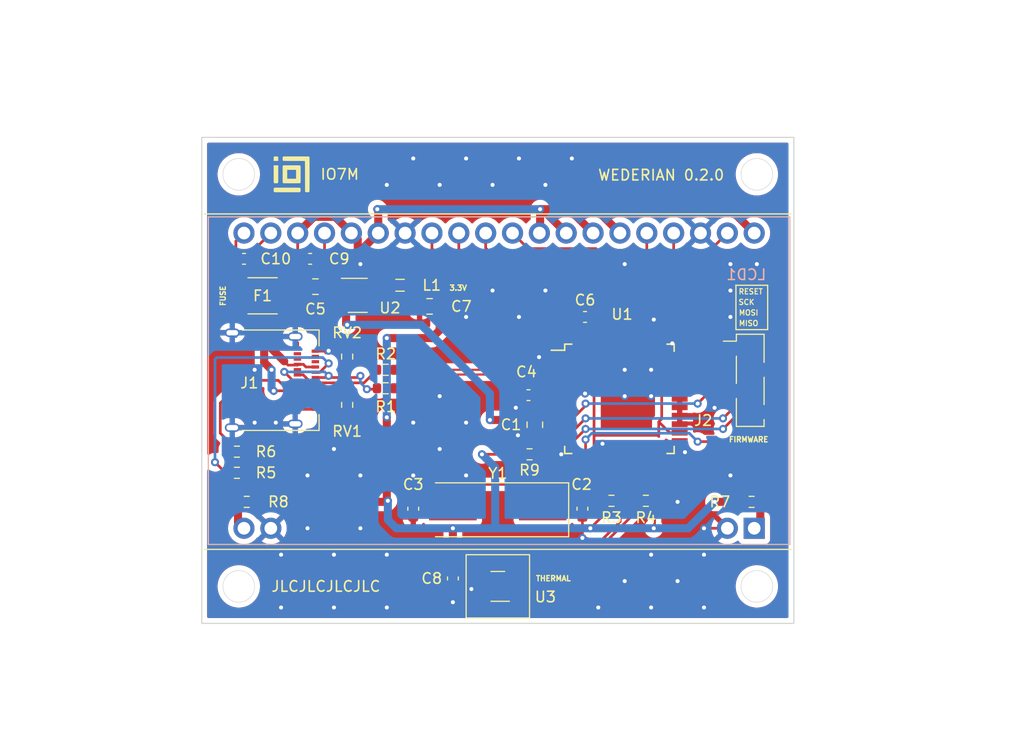
<source format=kicad_pcb>
(kicad_pcb (version 20211014) (generator pcbnew)
  (layers (0 "F.Cu" signal) (31 "B.Cu" signal) (34 "B.Paste" user) (35 "F.Paste" user) (36 "B.SilkS" user "B.Silkscreen") (37 "F.SilkS" user "F.Silkscreen") (38 "B.Mask" user) (39 "F.Mask" user) (44 "Edge.Cuts" user))
  (net 0 "")
  (net 1 "/Power Regulation/VOUT")
  (net 4 "GND")
  (net 5 "/Microcontroller/USB_VBUS")
  (net 6 "/Microcontroller/XTAL1")
  (net 7 "/Microcontroller/XTAL2")
  (net 8 "/Microcontroller/UCAP")
  (net 9 "/Power Regulation/LX")
  (net 10 "/LCD/VOUT")
  (net 11 "/LCD/CAP1N")
  (net 12 "/LCD/CAP1P")
  (net 13 "/USB/CC1")
  (net 14 "/USB/D+")
  (net 15 "/ICSP/RESET")
  (net 16 "/ICSP/SPI_SCK")
  (net 17 "/ICSP/SPI_MISO")
  (net 18 "/ICSP/SPI_MOSI")
  (net 19 "/LCD/A1")
  (net 20 "/LCD/A2")
  (net 21 "/LCD/SCREEN_D7")
  (net 22 "/LCD/SCREEN_D6")
  (net 23 "/LCD/SCREEN_D5")
  (net 24 "/LCD/SCREEN_D4")
  (net 25 "/LCD/SCREEN_E")
  (net 26 "/LCD/SCREEN_RW")
  (net 27 "/LCD/SCREEN_RS")
  (net 28 "/Microcontroller/USB_D+")
  (net 29 "/Microcontroller/USB_D-")
  (net 30 "/Microcontroller/SCL")
  (net 31 "/Microcontroller/SDA")
  (net 32 "/USB/D-")
  (net 33 "/USB/CC2")
  (net 34 "/USB/VBUS")
  (net 35 "/USB/SBU1")
  (net 36 "/USB/SBU2")
  (footprint "Package_TO_SOT_SMD:SOT-23-5" (layer "F.Cu") (at 149.75 92.955)
    (fp_text reference "U2")
    (fp_text value "SC189")
  )
  (footprint "Connector_USB:USB_C_Receptacle_Amphenol_12401610E4-2A" (layer "F.Cu") (at 140.723674 100.98668 -90)
    (fp_text reference "J1")
    (fp_text value "USB_C_Receptacle_USB2.0")
  )
  (footprint "Resistor_SMD:R_0603_1608Metric" (layer "F.Cu") (at 152.4 100 180)
    (fp_text reference "R2")
    (fp_text value "22Ω")
  )
  (footprint "Capacitor_SMD:C_0805_2012Metric" (layer "F.Cu") (at 166.5 105.2 -90)
    (fp_text reference "C1")
    (fp_text value "10μF")
  )
  (footprint "Capacitor_SMD:C_0805_2012Metric" (layer "F.Cu") (at 156.55 94 180)
    (fp_text reference "C7")
    (fp_text value "22μF")
  )
  (footprint "Crystal:Crystal_SMD_HC49-SD" (layer "F.Cu") (at 163 113.25 180)
    (fp_text reference "Y1")
    (fp_text value "Crystal")
  )
  (footprint "Capacitor_SMD:C_0603_1608Metric" (layer "F.Cu") (at 171.25 95 180)
    (fp_text reference "C6")
    (fp_text value "100nF")
  )
  (footprint "Package_QFP:TQFP-44_10x10mm_P0.8mm" (layer "F.Cu") (at 174.5 102.75)
    (fp_text reference "U1")
    (fp_text value "ATmega16U4-AU")
  )
  (footprint "Capacitor_SMD:C_0603_1608Metric" (layer "F.Cu") (at 145.25 89.5)
    (fp_text reference "C9")
    (fp_text value "2.2μF")
  )
  (footprint "Capacitor_SMD:C_0805_2012Metric" (layer "F.Cu") (at 145.75 92.13 180)
    (fp_text reference "C5")
    (fp_text value "10μF")
  )
  (footprint "Capacitor_SMD:C_0603_1608Metric" (layer "F.Cu") (at 165.9 102.4 180)
    (fp_text reference "C4")
    (fp_text value "1μF")
  )
  (footprint "Resistor_SMD:R_0603_1608Metric" (layer "F.Cu") (at 152.4 101.75 180)
    (fp_text reference "R1")
    (fp_text value "22Ω")
  )
  (footprint "Resistor_SMD:R_0603_1608Metric" (layer "F.Cu") (at 138.325 109.75 180)
    (fp_text reference "R5")
    (fp_text value "5.1kΩ")
  )
  (footprint "Resistor_SMD:R_0603_1608Metric" (layer "F.Cu") (at 138.325 107.75 180)
    (fp_text reference "R6")
    (fp_text value "5.1kΩ")
  )
  (footprint "Resistor_SMD:R_0603_1608Metric" (layer "F.Cu") (at 173.75 112.4)
    (fp_text reference "R3")
    (fp_text value "10kΩ")
  )
  (footprint "Inductor_SMD:L_0805_2012Metric" (layer "F.Cu") (at 153.75 92 180)
    (fp_text reference "L1")
    (fp_text value "1 μH")
  )
  (footprint "Connector_PinSocket_2.00mm:PinSocket_1x04_P2.00mm_Vertical_SMD_Pin1Left" (layer "F.Cu") (at 186.871089 101)
    (fp_text reference "J2")
    (fp_text value "Firmware_Pins")
  )
  (footprint "Capacitor_SMD:C_0603_1608Metric" (layer "F.Cu") (at 139 89.5)
    (fp_text reference "C10")
    (fp_text value "1μF")
  )
  (footprint "Capacitor_SMD:C_0603_1608Metric" (layer "F.Cu") (at 155 113.15 -90)
    (fp_text reference "C3")
    (fp_text value "22pF")
  )
  (footprint "Capacitor_SMD:C_0603_1608Metric" (layer "F.Cu") (at 171 113.15 -90)
    (fp_text reference "C2")
    (fp_text value "22pF")
  )
  (footprint "Capacitor_SMD:C_0603_1608Metric" (layer "F.Cu") (at 158.75 119.75 -90)
    (fp_text reference "C8")
    (fp_text value "100nF")
  )
  (footprint "Sensor_Humidity:Sensirion_DFN-8-1EP_2.5x2.5mm_P0.5mm_EP1.1x1.7mm" (layer "F.Cu") (at 163 120.5 180)
    (fp_text reference "U3")
    (fp_text value "SHT31-DIS")
  )
  (footprint "Resistor_SMD:R_0603_1608Metric" (layer "F.Cu") (at 177 112.4 180)
    (fp_text reference "R4")
    (fp_text value "10kΩ")
  )
  (footprint "wederian:io7m" (layer "F.Cu") (at 143.5 81.5)
    (fp_text reference "G***" hide)
    (fp_text value "LOGO" hide)
  )
  (footprint "Resistor_SMD:R_0603_1608Metric" (layer "F.Cu") (at 148.75 98.75 90)
    (fp_text reference "RV2")
    (fp_text value "CG0603MLC-05E")
  )
  (footprint "Fuse:Fuse_1812_4532Metric" (layer "F.Cu") (at 140.75 93)
    (fp_text reference "F1")
    (fp_text value "500mA")
  )
  (footprint "Resistor_SMD:R_0603_1608Metric" (layer "F.Cu") (at 148.75 103.325 -90)
    (fp_text reference "RV1")
    (fp_text value "CG0603MLC-05E")
  )
  (footprint "Resistor_SMD:R_0603_1608Metric" (layer "F.Cu") (at 166 108)
    (fp_text reference "R9")
    (fp_text value "4.7kΩ")
  )
  (footprint "Resistor_SMD:R_0603_1608Metric" (layer "F.Cu") (at 187 112.5)
    (fp_text reference "R7")
    (fp_text value "1.6Ω")
  )
  (footprint "Resistor_SMD:R_0603_1608Metric" (layer "F.Cu") (at 139.25 112.5 180)
    (fp_text reference "R8")
    (fp_text value "1.6Ω")
  )
  (footprint "EA_Display:DOGM163_with_LED" (layer "B.Cu") (at 187.25 115 180)
    (fp_text reference "LCD1")
    (fp_text value "EA_DOGM163_with_LED")
  )
  (gr_line (start 188.5 92) (end 185.5 92) (layer "F.SilkS") (width 0.12))
  (gr_line (start 185.521089 96.2) (end 188.521089 96.2) (layer "F.SilkS") (width 0.12))
  (gr_line (start 135.25 117) (end 190.75 117) (layer "F.SilkS") (width 0.12))
  (gr_line (start 185.521089 92) (end 185.521089 96.2) (layer "F.SilkS") (width 0.12))
  (gr_line (start 188.521089 96.2) (end 188.521089 92) (layer "F.SilkS") (width 0.12))
  (gr_line (start 135.25 85.25) (end 190.75 85.25) (layer "F.SilkS") (width 0.12))
  (gr_poly (pts (xy 166 117.5) (xy 166 123.5) (xy 160 123.5) (xy 160 117.5)) (layer "F.SilkS") (width 0.12) (fill none))
  (gr_circle (center 187.5 81.5) (end 189 81.5) (layer "Edge.Cuts") (width 0.05) (fill none))
  (gr_circle (center 187.5 120.5) (end 189 120.5) (layer "Edge.Cuts") (width 0.05) (fill none))
  (gr_circle (center 138.5 120.5) (end 140 120.5) (layer "Edge.Cuts") (width 0.05) (fill none))
  (gr_circle (center 138.5 81.5) (end 140 81.5) (layer "Edge.Cuts") (width 0.05) (fill none))
  (gr_line (start 191 78) (end 191 124) (layer "Edge.Cuts") (width 0.1))
  (gr_line (start 135 78) (end 191 78) (layer "Edge.Cuts") (width 0.1))
  (gr_line (start 191 124) (end 135 124) (layer "Edge.Cuts") (width 0.1))
  (gr_line (start 135 124) (end 135 78) (layer "Edge.Cuts") (width 0.1))
  (gr_text "RESET\n\n" (at 186.921089 93) (layer "F.SilkS") (effects (font (size 0.5 0.5) (thickness 0.1))))
  (gr_text "MISO" (at 186.721089 95.6) (layer "F.SilkS") (effects (font (size 0.5 0.5) (thickness 0.1))))
  (gr_text "SCK\n" (at 186.521089 93.6) (layer "F.SilkS") (effects (font (size 0.5 0.5) (thickness 0.1))))
  (gr_text "MOSI\n" (at 186.721089 94.6) (layer "F.SilkS") (effects (font (size 0.5 0.5) (thickness 0.1))))
  (gr_text "FIRMWARE" (at 186.721089 106.6) (layer "F.SilkS") (effects (font (size 0.5 0.5) (thickness 0.125))))
  (gr_text "JLCJLCJLCJLC" (at 141.5 120.5) (layer "F.SilkS") (effects (font (size 1 1)) (justify left)))
  (gr_text "THERMAL" (at 168.25 119.75) (layer "F.SilkS") (effects (font (size 0.5 0.5) (thickness 0.125))))
  (gr_text "3.3V" (at 159.25 92.25) (layer "F.SilkS") (effects (font (size 0.5 0.5) (thickness 0.125))))
  (gr_text "WEDERIAN 0.2.0" (at 184.5 81.575) (layer "F.SilkS") (effects (font (size 1 1)) (justify right)))
  (gr_text "IO7M" (at 148.05 81.5) (layer "F.SilkS") (effects (font (size 1 1))))
  (gr_text "FUSE" (at 137 93 90) (layer "F.SilkS") (effects (font (size 0.5 0.5) (thickness 0.125))))
  (segment (start 184.99 84.8) (end 187.25 87.06) (width 0.762) (layer "F.Cu") (net 1))
  (segment (start 178.221089 104.921089) (end 178.221089 106.321089) (width 0.254) (layer "F.Cu") (net 1))
  (segment (start 151.69 84.89) (end 151.6 84.8) (width 0.762) (layer "F.Cu") (net 1))
  (segment (start 157.5 94) (end 157.5 91.5) (width 0.762) (layer "F.Cu") (net 1))
  (segment (start 155 89) (end 149.75 89) (width 0.762) (layer "F.Cu") (net 1))
  (segment (start 157.5 94) (end 160.55 97.05) (width 0.762) (layer "F.Cu") (net 1))
  (segment (start 169.75 84.8) (end 172.01 87.06) (width 0.762) (layer "F.Cu") (net 1))
  (segment (start 144.07 87.06) (end 144.07 89.095) (width 0.254) (layer "F.Cu") (net 1))
  (segment (start 149.75 87.66) (end 149.15 87.06) (width 0.762) (layer "F.Cu") (net 1))
  (segment (start 178.5 97.05) (end 178.5 104.642178) (width 0.254) (layer "F.Cu") (net 1))
  (segment (start 178.5 104.642178) (end 178.221089 104.921089) (width 0.254) (layer "F.Cu") (net 1))
  (segment (start 170.5 99) (end 170.5 98.2) (width 0.254) (layer "F.Cu") (net 1))
  (segment (start 152.5 112.3) (end 152.6 112.4) (width 0.762) (layer "F.Cu") (net 1))
  (segment (start 172.1 98.4) (end 170.7 98.4) (width 0.254) (layer "F.Cu") (net 1))
  (segment (start 156.75 97) (end 152.5 97) (width 0.762) (layer "F.Cu") (net 1))
  (segment (start 172.1 106.2) (end 178.1 106.2) (width 0.254) (layer "F.Cu") (net 1))
  (segment (start 172.1 106.2) (end 172.1 98.4) (width 0.254) (layer "F.Cu") (net 1))
  (segment (start 161.825 119.575) (end 161.825 119.592089) (width 0.762) (layer "F.Cu") (net 1))
  (segment (start 157.5 91.5) (end 155 89) (width 0.762) (layer "F.Cu") (net 1))
  (segment (start 172.29 84.8) (end 184.99 84.8) (width 0.762) (layer "F.Cu") (net 1))
  (segment (start 170.5 98.2) (end 170.5 97.05) (width 0.254) (layer "F.Cu") (net 1))
  (segment (start 147.617089 85.527089) (end 145.602911 85.527089) (width 0.762) (layer "F.Cu") (net 1))
  (segment (start 151.69 87.06) (end 151.69 84.89) (width 0.762) (layer "F.Cu") (net 1))
  (segment (start 150.85 93.905) (end 152.9075 93.905) (width 0.762) (layer "F.Cu") (net 1))
  (segment (start 167 86.99) (end 166.93 87.06) (width 0.762) (layer "F.Cu") (net 1))
  (segment (start 149.75 89) (end 149.75 87.66) (width 0.762) (layer "F.Cu") (net 1))
  (segment (start 172.925 112.4) (end 172.925 113.825) (width 0.254) (layer "F.Cu") (net 1))
  (segment (start 152.9075 93.905) (end 154.8125 92) (width 0.762) (layer "F.Cu") (net 1))
  (segment (start 172.29 84.8) (end 174.55 87.06) (width 0.762) (layer "F.Cu") (net 1))
  (segment (start 145.602911 85.527089) (end 144.07 87.06) (width 0.762) (layer "F.Cu") (net 1))
  (segment (start 169.95 99.55) (end 170.5 99) (width 0.254) (layer "F.Cu") (net 1))
  (segment (start 170.475 97.032911) (end 170.492089 97.05) (width 0.762) (layer "F.Cu") (net 1))
  (segment (start 158.75 118.975) (end 158.75 115) (width 0.762) (layer "F.Cu") (net 1))
  (segment (start 167.21 84.8) (end 169.47 87.06) (width 0.762) (layer "F.Cu") (net 1))
  (segment (start 167 84.8) (end 167 86.99) (width 0.762) (layer "F.Cu") (net 1))
  (segment (start 149.15 87.06) (end 147.617089 85.527089) (width 0.762) (layer "F.Cu") (net 1))
  (segment (start 168.8 99.55) (end 169.95 99.55) (width 0.254) (layer "F.Cu") (net 1))
  (segment (start 160.55 97.05) (end 170.492089 97.05) (width 0.762) (layer "F.Cu") (net 1))
  (segment (start 154.8125 92) (end 155.5 92) (width 0.762) (layer "F.Cu") (net 1))
  (segment (start 172.925 113.825) (end 171.75 115) (width 0.254) (layer "F.Cu") (net 1))
  (segment (start 158.75 118.975) (end 161.225 118.975) (width 0.762) (layer "F.Cu") (net 1))
  (segment (start 149.75 89) (end 151.69 87.06) (width 0.762) (layer "F.Cu") (net 1))
  (segment (start 170.7 98.4) (end 170.5 98.2) (width 0.254) (layer "F.Cu") (net 1))
  (segment (start 144.07 89.095) (end 144.475 89.5) (width 0.254) (layer "F.Cu") (net 1))
  (segment (start 155.5 92) (end 157.5 94) (width 0.762) (layer "F.Cu") (net 1))
  (segment (start 152.5 104.5) (end 152.5 112.3) (width 0.762) (layer "F.Cu") (net 1))
  (segment (start 178.221089 104.921089) (end 179.25 105.95) (width 0.254) (layer "F.Cu") (net 1))
  (segment (start 165.175 108) (end 161.5 108) (width 0.254) (layer "F.Cu") (net 1))
  (segment (start 157.5 96.25) (end 156.75 97) (width 0.762) (layer "F.Cu") (net 1))
  (segment (start 183.5 112.5) (end 186.175 112.5) (width 0.762) (layer "F.Cu") (net 1))
  (segment (start 178.5 98.4) (end 172.1 98.4) (width 0.254) (layer "F.Cu") (net 1))
  (segment (start 170.475 95) (end 170.475 97.032911) (width 0.762) (layer "F.Cu") (net 1))
  (segment (start 157.5 94) (end 157.5 96.25) (width 0.762) (layer "F.Cu") (net 1))
  (segment (start 177.825 112.4) (end 177.825 114.925) (width 0.254) (layer "F.Cu") (net 1))
  (segment (start 152.5 112.5) (end 152.6 112.4) (width 0.762) (layer "F.Cu") (net 1))
  (segment (start 140.075 112.5) (end 152.5 112.5) (width 0.762) (layer "F.Cu") (net 1))
  (segment (start 172.1 108.45) (end 172.1 106.2) (width 0.254) (layer "F.Cu") (net 1))
  (segment (start 179.25 105.95) (end 180.2 105.95) (width 0.254) (layer "F.Cu") (net 1))
  (segment (start 161.225 118.975) (end 161.825 119.575) (width 0.762) (layer "F.Cu") (net 1))
  (segment (start 177.825 114.925) (end 177.75 115) (width 0.254) (layer "F.Cu") (net 1))
  (segment (start 167 84.8) (end 172.29 84.8) (width 0.762) (layer "F.Cu") (net 1))
  (via (at 171.75 115) (size 0.762) (drill 0.381) (layers "F.Cu" "B.Cu") (net 1))
  (via (at 167 84.8) (size 0.762) (drill 0.381) (layers "F.Cu" "B.Cu") (net 1))
  (via (at 183.5 112.5) (size 0.762) (drill 0.381) (layers "F.Cu" "B.Cu") (net 1))
  (via (at 152.5 97) (size 0.762) (drill 0.381) (layers "F.Cu" "B.Cu") (net 1))
  (via (at 152.6 112.4) (size 0.762) (drill 0.381) (layers "F.Cu" "B.Cu") (net 1))
  (via (at 177.75 115) (size 0.762) (drill 0.381) (layers "F.Cu" "B.Cu") (net 1))
  (via (at 152.5 104.5) (size 0.762) (drill 0.381) (layers "F.Cu" "B.Cu") (net 1))
  (via (at 151.6 84.8) (size 0.762) (drill 0.381) (layers "F.Cu" "B.Cu") (net 1))
  (via (at 158.75 115) (size 0.762) (drill 0.381) (layers "F.Cu" "B.Cu") (net 1))
  (via (at 161.5 108) (size 0.762) (drill 0.381) (layers "F.Cu" "B.Cu") (net 1))
  (segment (start 162.75 109.25) (end 161.5 108) (width 0.762) (layer "B.Cu") (net 1))
  (segment (start 152.6 114.2) (end 153.4 115) (width 0.762) (layer "B.Cu") (net 1))
  (segment (start 153.4 115) (end 158.75 115) (width 0.762) (layer "B.Cu") (net 1))
  (segment (start 162.75 115) (end 162.75 109.25) (width 0.762) (layer "B.Cu") (net 1))
  (segment (start 152.6 112.4) (end 152.6 114.2) (width 0.762) (layer "B.Cu") (net 1))
  (segment (start 151.6 84.8) (end 167 84.8) (width 0.762) (layer "B.Cu") (net 1))
  (segment (start 181 115) (end 183.5 112.5) (width 0.762) (layer "B.Cu") (net 1))
  (segment (start 162.75 115) (end 181 115) (width 0.762) (layer "B.Cu") (net 1))
  (segment (start 152.5 97) (end 152.5 104.5) (width 0.762) (layer "B.Cu") (net 1))
  (segment (start 158.75 115) (end 162.75 115) (width 0.762) (layer "B.Cu") (net 1))
  (segment (start 143.833674 105.11668) (end 142.11668 105.11668) (width 0.254) (layer "F.Cu") (net 4))
  (segment (start 177.7 95.3) (end 177.75 95.25) (width 0.254) (layer "F.Cu") (net 4))
  (segment (start 142.11668 105.11668) (end 142 105) (width 0.254) (layer "F.Cu") (net 4))
  (segment (start 143.833674 103.69668) (end 144.043674 103.48668) (width 0.254) (layer "F.Cu") (net 4))
  (segment (start 169.45 108.45) (end 169 108) (width 0.254) (layer "F.Cu") (net 4))
  (segment (start 164.95 106.15) (end 164.9 106.2) (width 0.254) (layer "F.Cu") (net 4))
  (segment (start 181.95 105.15) (end 183.5 103.6) (width 0.254) (layer "F.Cu") (net 4))
  (segment (start 171 113.925) (end 171 115.9139) (width 0.254) (layer "F.Cu") (net 4))
  (segment (start 168.8 101.95) (end 169.582822 101.95) (width 0.254) (layer "F.Cu") (net 4))
  (segment (start 169.828911 104.103911) (end 168.8 104.103911) (width 0.254) (layer "F.Cu") (net 4))
  (segment (start 179 99.354) (end 179 98) (width 0.254) (layer "F.Cu") (net 4))
  (segment (start 169.582822 101.95) (end 169.816411 102.183589) (width 0.254) (layer "F.Cu") (net 4))
  (segment (start 180.2 106.75) (end 180.2 107.3) (width 0.254) (layer "F.Cu") (net 4))
  (segment (start 161.825 120.75) (end 162.75 120.75) (width 0.254) (layer "F.Cu") (net 4))
  (segment (start 164.175 120.75) (end 163.25 120.75) (width 0.254) (layer "F.Cu") (net 4))
  (segment (start 161.825 120.75) (end 160.5 120.75) (width 0.254) (layer "F.Cu") (net 4))
  (segment (start 162.75 120.75) (end 163 120.5) (width 0.254) (layer "F.Cu") (net 4))
  (segment (start 169.816411 102.183589) (end 171.183589 102.183589) (width 0.254) (layer "F.Cu") (net 4))
  (segment (start 171.3 97.05) (end 174.5 97.05) (width 0.254) (layer "F.Cu") (net 4))
  (segment (start 166.95 98.75) (end 166.9 98.8) (width 0.254) (layer "F.Cu") (net 4))
  (segment (start 169.828911 102.196089) (end 169.828911 104.103911) (width 0.254) (layer "F.Cu") (net 4))
  (segment (start 161.825 121.25) (end 161.825 120.75) (width 0.254) (layer "F.Cu") (net 4))
  (segment (start 169.816411 102.183589) (end 169.828911 102.196089) (width 0.254) (layer "F.Cu") (net 4))
  (segment (start 172.9 108.45) (end 172.9 107) (width 0.254) (layer "F.Cu") (net 4))
  (segment (start 145.743674 103.73668) (end 144.293674 103.73668) (width 0.254) (layer "F.Cu") (net 4))
  (segment (start 158.75 120.525) (end 158.75 122) (width 0.254) (layer "F.Cu") (net 4))
  (segment (start 171.183589 102.183589) (end 171.25 102.25) (width 0.254) (layer "F.Cu") (net 4))
  (segment (start 168.8 98.75) (end 166.95 98.75) (width 0.254) (layer "F.Cu") (net 4))
  (segment (start 146.96332 98.23668) (end 147 98.2) (width 0.254) (layer "F.Cu") (net 4))
  (segment (start 170.5 108.45) (end 169.45 108.45) (width 0.254) (layer "F.Cu") (net 4))
  (segment (start 145.91508 93.24508) (end 144.8 92.13) (width 0.254) (layer "F.Cu") (net 4))
  (segment (start 163.25 120.75) (end 163 120.5) (width 0.254) (layer "F.Cu") (net 4))
  (segment (start 144.043674 97.06668) (end 143.833674 96.85668) (width 0.254) (layer "F.Cu") (net 4))
  (segment (start 148.65 92.955) (end 148.35992 93.24508) (width 0.254) (layer "F.Cu") (net 4))
  (segment (start 180.2 99.55) (end 179.196 99.55) (width 0.254) (layer "F.Cu") (net 4))
  (segment (start 143.833674 97.77668) (end 144.043674 97.98668) (width 0.254) (layer "F.Cu") (net 4))
  (segment (start 144.009675 96.680679) (end 143.833674 96.85668) (width 0.254) (layer "F.Cu") (net 4))
  (segment (start 165.125 102.4) (end 165.125 103.1651) (width 0.254) (layer "F.Cu") (net 4))
  (segment (start 177.7 97.05) (end 177.7 95.3) (width 0.254) (layer "F.Cu") (net 4))
  (segment (start 144.293674 103.73668) (end 144.043674 103.48668) (width 0.254) (layer "F.Cu") (net 4))
  (segment (start 179 98) (end 179.5 97.5) (width 0.254) (layer "F.Cu") (net 4))
  (segment (start 143.833674 96.85668) (end 143.833674 97.77668) (width 0.254) (layer "F.Cu") (net 4))
  (segment (start 165.125 103.1651) (end 164.7 103.5901) (width 0.254) (layer "F.Cu") (net 4))
  (segment (start 179.196 99.55) (end 179 99.354) (width 0.254) (layer "F.Cu") (net 4))
  (segment (start 143.833674 105.11668) (end 143.833674 103.69668) (width 0.254) (layer "F.Cu") (net 4))
  (segment (start 180.2 107.3) (end 180.7 107.8) (width 0.254) (layer "F.Cu") (net 4))
  (segment (start 145.743674 98.23668) (end 146.96332 98.23668) (width 0.254) (layer "F.Cu") (net 4))
  (segment (start 148.35992 93.24508) (end 145.91508 93.24508) (width 0.254) (layer "F.Cu") (net 4))
  (segment (start 184.71 115) (end 182.5 115) (width 0.254) (layer "F.Cu") (net 4))
  (segment (start 180.2 105.15) (end 181.95 105.15) (width 0.254) (layer "F.Cu") (net 4))
  (segment (start 166.5 106.15) (end 164.95 106.15) (width 0.254) (layer "F.Cu") (net 4))
  (via (at 165 80) (size 0.762) (drill 0.381) (layers "F.Cu" "B.Cu") (net 4))
  (via (at 167.5 92.5) (size 0.762) (drill 0.381) (layers "F.Cu" "B.Cu") (net 4))
  (via (at 177.5 117.5) (size 0.762) (drill 0.381) (layers "F.Cu" "B.Cu") (net 4))
  (via (at 183.5 103.6) (size 0.762) (drill 0.381) (layers "F.Cu" "B.Cu") (net 4))
  (via (at 140 105) (size 0.762) (drill 0.381) (layers "F.Cu" "B.Cu") (net 4))
  (via (at 167.5 82.5) (size 0.762) (drill 0.381) (layers "F.Cu" "B.Cu") (net 4))
  (via (at 155 80) (size 0.762) (drill 0.381) (layers "F.Cu" "B.Cu") (net 4))
  (via (at 182.5 115) (size 0.762) (drill 0.381) (layers "F.Cu" "B.Cu") (net 4))
  (via (at 175 90) (size 0.762) (drill 0.381) (layers "F.Cu" "B.Cu") (net 4))
  (via (at 140 100) (size 0.762) (drill 0.381) (layers "F.Cu" "B.Cu") (net 4))
  (via (at 172.5 122.5) (size 0.762) (drill 0.381) (layers "F.Cu" "B.Cu") (net 4))
  (via (at 177.5 100) (size 0.762) (drill 0.381) (layers "F.Cu" "B.Cu") (net 4))
  (via (at 142.5 122.5) (size 0.762) (drill 0.381) (layers "F.Cu" "B.Cu") (net 4))
  (via (at 150 110) (size 0.762) (drill 0.381) (layers "F.Cu" "B.Cu") (net 4))
  (via (at 160 80) (size 0.762) (drill 0.381) (layers "F.Cu" "B.Cu") (net 4))
  (via (at 147.5 122.5) (size 0.762) (drill 0.381) (layers "F.Cu" "B.Cu") (net 4))
  (via (at 145 115) (size 0.762) (drill 0.381) (layers "F.Cu" "B.Cu") (net 4))
  (via (at 170 80) (size 0.762) (drill 0.381) (layers "F.Cu" "B.Cu") (net 4))
  (via (at 155 110) (size 0.762) (drill 0.381) (layers "F.Cu" "B.Cu") (net 4))
  (via (at 171 115.9139) (size 0.762) (drill 0.381) (layers "F.Cu" "B.Cu") (net 4))
  (via (at 182.5 122.5) (size 0.762) (drill 0.381) (layers "F.Cu" "B.Cu") (net 4))
  (via (at 166.9 98.8) (size 0.762) (drill 0.381) (layers "F.Cu" "B.Cu") (net 4))
  (via (at 162.5 92.5) (size 0.762) (drill 0.381) (layers "F.Cu" "B.Cu") (net 4))
  (via (at 180.7 107.8) (size 0.762) (drill 0.381) (layers "F.Cu" "B.Cu") (net 4))
  (via (at 152.5 117.5) (size 0.762) (drill 0.381) (layers "F.Cu" "B.Cu") (net 4))
  (via (at 158.75 122) (size 0.762) (drill 0.381) (layers "F.Cu" "B.Cu") (net 4))
  (via (at 179.5 97.5) (size 0.762) (drill 0.381) (layers "F.Cu" "B.Cu") (net 4))
  (via (at 169 108) (size 0.762) (drill 0.381) (layers "F.Cu" "B.Cu") (net 4))
  (via (at 160 105) (size 0.762) (drill 0.381) (layers "F.Cu" "B.Cu") (net 4))
  (via (at 145 110) (size 0.762) (drill 0.381) (layers "F.Cu" "B.Cu") (net 4))
  (via (at 175 100) (size 0.762) (drill 0.381) (layers "F.Cu" "B.Cu") (net 4))
  (via (at 150 115) (size 0.762) (drill 0.381) (layers "F.Cu" "B.Cu") (net 4))
  (via (at 185 110) (size 0.762) (drill 0.381) (layers "F.Cu" "B.Cu") (net 4))
  (via (at 162.5 82.5) (size 0.762) (drill 0.381) (layers "F.Cu" "B.Cu") (net 4))
  (via (at 185 95) (size 0.762) (drill 0.381) (layers "F.Cu" "B.Cu") (net 4))
  (via (at 160.5 120.75) (size 0.762) (drill 0.381) (layers "F.Cu" "B.Cu") (net 4))
  (via (at 152.5 82.5) (size 0.762) (drill 0.381) (layers "F.Cu" "B.Cu") (net 4))
  (via (at 147.5 117.5) (size 0.762) (drill 0.381) (layers "F.Cu" "B.Cu") (net 4))
  (via (at 182.5 117.5) (size 0.762) (drill 0.381) (layers "F.Cu" "B.Cu") (net 4))
  (via (at 187.5 90) (size 0.762) (drill 0.381) (layers "F.Cu" "B.Cu") (net 4))
  (via (at 150 90) (size 0.762) (drill 0.381) (layers "F.Cu" "B.Cu") (net 4))
  (via (at 172.9 107) (size 0.762) (drill 0.381) (layers "F.Cu" "B.Cu") (net 4))
  (via (at 164.7 103.5901) (size 0.762) (drill 0.381) (layers "F.Cu" "B.Cu") (net 4))
  (via (at 157.5 82.5) (size 0.762) (drill 0.381) (layers "F.Cu" "B.Cu") (net 4))
  (via (at 147 98.2) (size 0.762) (drill 0.381) (layers "F.Cu" "B.Cu") (net 4))
  (via (at 155 105) (size 0.762) (drill 0.381) (layers "F.Cu" "B.Cu") (net 4))
  (via (at 175 102.5) (size 0.762) (drill 0.381) (layers "F.Cu" "B.Cu") (net 4))
  (via (at 177.5 122.5) (size 0.762) (drill 0.381) (layers "F.Cu" "B.Cu") (net 4))
  (via (at 165 95) (size 0.762) (drill 0.381) (layers "F.Cu" "B.Cu") (net 4))
  (via (at 180 112.5) (size 0.762) (drill 0.381) (layers "F.Cu" "B.Cu") (net 4))
  (via (at 171.25 102.25) (size 0.762) (drill 0.381) (layers "F.Cu" "B.Cu") (net 4))
  (via (at 177.5 102.5) (size 0.762) (drill 0.381) (layers "F.Cu" "B.Cu") (net 4))
  (via (at 180 120) (size 0.762) (drill 0.381) (layers "F.Cu" "B.Cu") (net 4))
  (via (at 142 105) (size 0.762) (drill 0.381) (layers "F.Cu" "B.Cu") (net 4))
  (via (at 157.5 102.5) (size 0.762) (drill 0.381) (layers "F.Cu" "B.Cu") (net 4))
  (via (at 147.5 107.5) (size 0.762) (drill 0.381) (layers "F.Cu" "B.Cu") (net 4))
  (via (at 185 90) (size 0.762) (drill 0.381) (layers "F.Cu" "B.Cu") (net 4))
  (via (at 160 110) (size 0.762) (drill 0.381) (layers "F.Cu" "B.Cu") (net 4))
  (via (at 157.5 107.5) (size 0.762) (drill 0.381) (layers "F.Cu" "B.Cu") (net 4))
  (via (at 142.5 117.5) (size 0.762) (drill 0.381) (layers "F.Cu" "B.Cu") (net 4))
  (via (at 185 92.5) (size 0.762) (drill 0.381) (layers "F.Cu" "B.Cu") (net 4))
  (via (at 177.75 95.25) (size 0.762) (drill 0.381) (layers "F.Cu" "B.Cu") (net 4))
  (via (at 160 95) (size 0.762) (drill 0.381) (layers "F.Cu" "B.Cu") (net 4))
  (via (at 164.9 106.2) (size 0.762) (drill 0.381) (layers "F.Cu" "B.Cu") (net 4))
  (via (at 175 120) (size 0.762) (drill 0.381) (layers "F.Cu" "B.Cu") (net 4))
  (via (at 152.5 122.5) (size 0.762) (drill 0.381) (layers "F.Cu" "B.Cu") (net 4))
  (segment (start 138.243674 96.85668) (end 137.883674 96.49668) (width 0.254) (layer "B.Cu") (net 4))
  (segment (start 168.8 103.55) (end 167.2 103.55) (width 0.254) (layer "F.Cu") (net 5))
  (segment (start 143.7925 93.905) (end 148.65 93.905) (width 0.762) (layer "F.Cu") (net 5))
  (segment (start 148.65 93.905) (end 149.620822 93.905) (width 0.762) (layer "F.Cu") (net 5))
  (segment (start 162.25 104.75) (end 166 104.75) (width 0.762) (layer "F.Cu") (net 5))
  (segment (start 142.8875 93) (end 143.7925 93.905) (width 0.762) (layer "F.Cu") (net 5))
  (segment (start 146.825 92.005) (end 146.7 92.13) (width 0.254) (layer "F.Cu") (net 5))
  (segment (start 148.65 92.005) (end 146.825 92.005) (width 0.254) (layer "F.Cu") (net 5))
  (segment (start 148.65 95.65) (end 148.75 95.75) (width 0.762) (layer "F.Cu") (net 5))
  (segment (start 149.712911 92.362911) (end 149.355 92.005) (width 0.762) (layer "F.Cu") (net 5))
  (segment (start 166 104.75) (end 166.5 104.25) (width 0.762) (layer "F.Cu") (net 5))
  (segment (start 149.620822 93.905) (end 149.712911 93.812911) (width 0.762) (layer "F.Cu") (net 5))
  (segment (start 149.355 92.005) (end 148.65 92.005) (width 0.762) (layer "F.Cu") (net 5))
  (segment (start 167.2 103.55) (end 166.5 104.25) (width 0.254) (layer "F.Cu") (net 5))
  (segment (start 149.712911 93.812911) (end 149.712911 92.362911) (width 0.762) (layer "F.Cu") (net 5))
  (segment (start 148.65 93.905) (end 148.65 95.65) (width 0.762) (layer "F.Cu") (net 5))
  (via (at 148.75 95.75) (size 0.762) (drill 0.381) (layers "F.Cu" "B.Cu") (net 5))
  (via (at 162.25 104.75) (size 0.762) (drill 0.381) (layers "F.Cu" "B.Cu") (net 5))
  (segment (start 162.25 102.25) (end 155.75 95.75) (width 0.762) (layer "B.Cu") (net 5))
  (segment (start 155.75 95.75) (end 148.75 95.75) (width 0.762) (layer "B.Cu") (net 5))
  (segment (start 162.25 104.75) (end 162.25 102.25) (width 0.762) (layer "B.Cu") (net 5))
  (segment (start 172.25 111.25) (end 173 111.25) (width 0.254) (layer "F.Cu") (net 6))
  (segment (start 171.125 112.375) (end 172.25 111.25) (width 0.254) (layer "F.Cu") (net 6))
  (segment (start 171 112.375) (end 171.125 112.375) (width 0.254) (layer "F.Cu") (net 6))
  (segment (start 174.5 108.45) (end 174.5 109.75) (width 0.254) (layer "F.Cu") (net 6))
  (segment (start 174.5 109.75) (end 173 111.25) (width 0.254) (layer "F.Cu") (net 6))
  (segment (start 170.125 113.25) (end 171 112.375) (width 0.254) (layer "F.Cu") (net 6))
  (segment (start 167.25 113.25) (end 170.125 113.25) (width 0.254) (layer "F.Cu") (net 6))
  (segment (start 172.40592 110.84408) (end 161.15592 110.84408) (width 0.254) (layer "F.Cu") (net 7))
  (segment (start 172.40592 110.84408) (end 173.7 109.55) (width 0.254) (layer "F.Cu") (net 7))
  (segment (start 157.875 112.375) (end 158.75 113.25) (width 0.254) (layer "F.Cu") (net 7))
  (segment (start 155 112.375) (end 157.875 112.375) (width 0.254) (layer "F.Cu") (net 7))
  (segment (start 161.15592 110.84408) (end 158.75 113.25) (width 0.254) (layer "F.Cu") (net 7))
  (segment (start 173.7 109.55) (end 173.7 108.45) (width 0.254) (layer "F.Cu") (net 7))
  (segment (start 167.025 102.75) (end 168.8 102.75) (width 0.254) (layer "F.Cu") (net 8))
  (segment (start 166.675 102.4) (end 167.025 102.75) (width 0.254) (layer "F.Cu") (net 8))
  (segment (start 150.85 92.005) (end 152.6825 92.005) (width 0.762) (layer "F.Cu") (net 9))
  (segment (start 152.6825 92.005) (end 152.6875 92) (width 0.762) (layer "F.Cu") (net 9))
  (segment (start 146.61 87.06) (end 146.61 88.915) (width 0.254) (layer "F.Cu") (net 10))
  (segment (start 146.61 88.915) (end 146.025 89.5) (width 0.254) (layer "F.Cu") (net 10))
  (segment (start 138.225 87.825) (end 138.99 87.06) (width 0.254) (layer "F.Cu") (net 11))
  (segment (start 138.225 89.5) (end 138.225 87.825) (width 0.254) (layer "F.Cu") (net 11))
  (segment (start 139.775 88.815) (end 141.53 87.06) (width 0.254) (layer "F.Cu") (net 12))
  (segment (start 139.775 89.5) (end 139.775 88.815) (width 0.254) (layer "F.Cu") (net 12))
  (segment (start 145.743674 100.23668) (end 146.16332 100.23668) (width 0.254) (layer "F.Cu") (net 13))
  (segment (start 137.25 109.75) (end 136.25 108.75) (width 0.254) (layer "F.Cu") (net 13))
  (segment (start 146.16332 100.23668) (end 147 99.4) (width 0.254) (layer "F.Cu") (net 13))
  (segment (start 137.5 109.75) (end 137.25 109.75) (width 0.254) (layer "F.Cu") (net 13))
  (via (at 147 99.4) (size 0.762) (drill 0.381) (layers "F.Cu" "B.Cu") (net 13))
  (via (at 136.25 108.75) (size 0.762) (drill 0.381) (layers "F.Cu" "B.Cu") (net 13))
  (segment (start 146.440089 98.840089) (end 147 99.4) (width 0.254) (layer "B.Cu") (net 13))
  (segment (start 136.25 99.017594) (end 136.427505 98.840089) (width 0.254) (layer "B.Cu") (net 13))
  (segment (start 136.427505 98.840089) (end 146.440089 98.840089) (width 0.254) (layer "B.Cu") (net 13))
  (segment (start 136.25 108.75) (end 136.25 99.017594) (width 0.254) (layer "B.Cu") (net 13))
  (segment (start 143.58668 100.98668) (end 142.8 100.2) (width 0.254) (layer "F.Cu") (net 14))
  (segment (start 148.75 100.72336) (end 148.75 99.575) (width 0.254) (layer "F.Cu") (net 14))
  (segment (start 147.13668 100.73668) (end 148.76332 100.73668) (width 0.254) (layer "F.Cu") (net 14))
  (segment (start 148.76332 100.73668) (end 148.75 100.72336) (width 0.254) (layer "F.Cu") (net 14))
  (segment (start 148.76332 100.73668) (end 149.8401 100.73668) (width 0.254) (layer "F.Cu") (net 14))
  (segment (start 149.8401 100.73668) (end 150 100.57678) (width 0.254) (layer "F.Cu") (net 14))
  (segment (start 145.743674 100.73668) (end 147.13668 100.73668) (width 0.254) (layer "F.Cu") (net 14))
  (segment (start 144.043674 100.98668) (end 143.58668 100.98668) (width 0.254) (layer "F.Cu") (net 14))
  (segment (start 147 100.6) (end 147.13668 100.73668) (width 0.254) (layer "F.Cu") (net 14))
  (segment (start 147 100.57678) (end 147 100.6) (width 0.254) (layer "F.Cu") (net 14))
  (segment (start 151.48984 101.83516) (end 151.575 101.75) (width 0.254) (layer "F.Cu") (net 14))
  (segment (start 150.616333 101.83516) (end 151.48984 101.83516) (width 0.254) (layer "F.Cu") (net 14))
  (via (at 150 100.57678) (size 0.762) (drill 0.381) (layers "F.Cu" "B.Cu") (net 14))
  (via (at 150.616333 101.83516) (size 0.762) (drill 0.381) (layers "F.Cu" "B.Cu") (net 14))
  (via (at 142.8 100.2) (size 0.762) (drill 0.381) (layers "F.Cu" "B.Cu") (net 14))
  (via (at 147 100.57678) (size 0.762) (drill 0.381) (layers "F.Cu" "B.Cu") (net 14))
  (segment (start 150 100.57678) (end 150 101.218827) (width 0.254) (layer "B.Cu") (net 14))
  (segment (start 150 101.218827) (end 150.616333 101.83516) (width 0.254) (layer "B.Cu") (net 14))
  (segment (start 142.8 100.2) (end 146.62322 100.2) (width 0.254) (layer "B.Cu") (net 14))
  (segment (start 146.62322 100.2) (end 147 100.57678) (width 0.254) (layer "B.Cu") (net 14))
  (segment (start 187.67891 106.8) (end 189.75 104.728911) (width 0.254) (layer "F.Cu") (net 15))
  (segment (start 168.303911 109.478911) (end 166.825 108) (width 0.254) (layer "F.Cu") (net 15))
  (segment (start 189.75 99.271089) (end 188.478911 98) (width 0.254) (layer "F.Cu") (net 15))
  (segment (start 188.478911 98) (end 185.271089 98) (width 0.254) (layer "F.Cu") (net 15))
  (segment (start 189.75 104.728911) (end 189.75 99.271089) (width 0.254) (layer "F.Cu") (net 15))
  (segment (start 171.3 108.45) (end 171.3 109.454) (width 0.254) (layer "F.Cu") (net 15))
  (segment (start 171.3 109.454) (end 171.275089 109.478911) (width 0.254) (layer "F.Cu") (net 15))
  (segment (start 171.3 108.45) (end 171.3 106.6) (width 0.254) (layer "F.Cu") (net 15))
  (segment (start 171.275089 109.478911) (end 168.303911 109.478911) (width 0.254) (layer "F.Cu") (net 15))
  (segment (start 181.9 106.8) (end 187.67891 106.8) (width 0.254) (layer "F.Cu") (net 15))
  (via (at 171.3 106.6) (size 0.762) (drill 0.381) (layers "F.Cu" "B.Cu") (net 15))
  (via (at 181.9 106.8) (size 0.762) (drill 0.381) (layers "F.Cu" "B.Cu") (net 15))
  (segment (start 171.3 106.6) (end 171.89408 106.00592) (width 0.254) (layer "B.Cu") (net 15))
  (segment (start 181.10592 106.00592) (end 181.9 106.8) (width 0.254) (layer "B.Cu") (net 15))
  (segment (start 171.89408 106.00592) (end 181.10592 106.00592) (width 0.254) (layer "B.Cu") (net 15))
  (segment (start 185.1 100) (end 188.471089 100) (width 0.254) (layer "F.Cu") (net 16))
  (segment (start 171.3 103.4) (end 171.3 103.2) (width 0.254) (layer "F.Cu") (net 16))
  (segment (start 168.8 105.15) (end 169.55 105.15) (width 0.254) (layer "F.Cu") (net 16))
  (segment (start 181.9 103.2) (end 185.1 100) (width 0.254) (layer "F.Cu") (net 16))
  (segment (start 169.55 105.15) (end 171.3 103.4) (width 0.254) (layer "F.Cu") (net 16))
  (via (at 181.9 103.2) (size 0.762) (drill 0.381) (layers "F.Cu" "B.Cu") (net 16))
  (via (at 171.3 103.2) (size 0.762) (drill 0.381) (layers "F.Cu" "B.Cu") (net 16))
  (segment (start 171.3 103.2) (end 181.9 103.2) (width 0.254) (layer "B.Cu") (net 16))
  (segment (start 184.3 105.6) (end 185.9 104) (width 0.254) (layer "F.Cu") (net 17))
  (segment (start 185.9 104) (end 188.471089 104) (width 0.254) (layer "F.Cu") (net 17))
  (segment (start 168.8 106.75) (end 170.15 106.75) (width 0.254) (layer "F.Cu") (net 17))
  (segment (start 170.15 106.75) (end 171.3 105.6) (width 0.254) (layer "F.Cu") (net 17))
  (via (at 184.3 105.6) (size 0.762) (drill 0.381) (layers "F.Cu" "B.Cu") (net 17))
  (via (at 171.3 105.6) (size 0.762) (drill 0.381) (layers "F.Cu" "B.Cu") (net 17))
  (segment (start 171.3 105.6) (end 184.3 105.6) (width 0.254) (layer "B.Cu") (net 17))
  (segment (start 184.3 104.6) (end 185.271089 103.628911) (width 0.254) (layer "F.Cu") (net 18))
  (segment (start 185.271089 103.628911) (end 185.271089 102) (width 0.254) (layer "F.Cu") (net 18))
  (segment (start 169.95 105.95) (end 171.3 104.6) (width 0.254) (layer "F.Cu") (net 18))
  (segment (start 168.8 105.95) (end 169.95 105.95) (width 0.254) (layer "F.Cu") (net 18))
  (via (at 184.3 104.6) (size 0.762) (drill 0.381) (layers "F.Cu" "B.Cu") (net 18))
  (via (at 171.3 104.6) (size 0.762) (drill 0.381) (layers "F.Cu" "B.Cu") (net 18))
  (segment (start 171.3 104.6) (end 184.3 104.6) (width 0.254) (layer "B.Cu") (net 18))
  (segment (start 187.825 112.5) (end 187.825 114.425) (width 0.762) (layer "F.Cu") (net 19))
  (segment (start 187.825 114.425) (end 187.25 115) (width 0.762) (layer "F.Cu") (net 19))
  (segment (start 138.425 112.5) (end 138.425 114.435) (width 0.762) (layer "F.Cu") (net 20))
  (segment (start 138.425 114.435) (end 138.99 115) (width 0.762) (layer "F.Cu") (net 20))
  (segment (start 156.77 87.06) (end 156.77 88.52) (width 0.254) (layer "F.Cu") (net 21))
  (segment (start 158 89.75) (end 171.5 89.75) (width 0.254) (layer "F.Cu") (net 21))
  (segment (start 171.5 89.75) (end 175.3 93.55) (width 0.254) (layer "F.Cu") (net 21))
  (segment (start 156.77 88.52) (end 158 89.75) (width 0.254) (layer "F.Cu") (net 21))
  (segment (start 175.3 93.55) (end 175.3 97.05) (width 0.254) (layer "F.Cu") (net 21))
  (segment (start 160.09408 89.34408) (end 171.84408 89.34408) (width 0.254) (layer "F.Cu") (net 22))
  (segment (start 159.31 87.06) (end 159.31 88.56) (width 0.254) (layer "F.Cu") (net 22))
  (segment (start 171.84408 89.34408) (end 176.1 93.6) (width 0.254) (layer "F.Cu") (net 22))
  (segment (start 176.1 93.6) (end 176.1 97.05) (width 0.254) (layer "F.Cu") (net 22))
  (segment (start 159.31 88.56) (end 160.09408 89.34408) (width 0.254) (layer "F.Cu") (net 22))
  (segment (start 161.85 87.06) (end 161.85 88.474213) (width 0.254) (layer "F.Cu") (net 23))
  (segment (start 162.313947 88.93816) (end 172.012217 88.93816) (width 0.254) (layer "F.Cu") (net 23))
  (segment (start 176.9 93.825943) (end 176.9 97.05) (width 0.254) (layer "F.Cu") (net 23))
  (segment (start 172.012217 88.93816) (end 176.9 93.825943) (width 0.254) (layer "F.Cu") (net 23))
  (segment (start 161.85 88.474213) (end 162.313947 88.93816) (width 0.254) (layer "F.Cu") (net 23))
  (segment (start 165.86224 88.53224) (end 172.28224 88.53224) (width 0.254) (layer "F.Cu") (net 24))
  (segment (start 164.39 87.06) (end 165.86224 88.53224) (width 0.254) (layer "F.Cu") (net 24))
  (segment (start 180.25 96.5) (end 180.2 96.55) (width 0.254) (layer "F.Cu") (net 24))
  (segment (start 180.2 96.55) (end 180.2 98.75) (width 0.254) (layer "F.Cu") (net 24))
  (segment (start 172.28224 88.53224) (end 180.25 96.5) (width 0.254) (layer "F.Cu") (net 24))
  (segment (start 181.15 100.35) (end 180.2 100.35) (width 0.254) (layer "F.Cu") (net 25))
  (segment (start 181.25 96.75) (end 181.25 100.25) (width 0.254) (layer "F.Cu") (net 25))
  (segment (start 177.09 92.59) (end 181.25 96.75) (width 0.254) (layer "F.Cu") (net 25))
  (segment (start 181.25 100.25) (end 181.15 100.35) (width 0.254) (layer "F.Cu") (net 25))
  (segment (start 177.09 87.06) (end 177.09 92.59) (width 0.254) (layer "F.Cu") (net 25))
  (segment (start 181.1 101.15) (end 180.2 101.15) (width 0.254) (layer "F.Cu") (net 26))
  (segment (start 179.63 87.06) (end 179.63 94.38) (width 0.254) (layer "F.Cu") (net 26))
  (segment (start 181.65592 96.40592) (end 181.65592 100.59408) (width 0.254) (layer "F.Cu") (net 26))
  (segment (start 179.63 94.38) (end 181.65592 96.40592) (width 0.254) (layer "F.Cu") (net 26))
  (segment (start 181.65592 100.59408) (end 181.1 101.15) (width 0.254) (layer "F.Cu") (net 26))
  (segment (start 182.06184 89.70816) (end 182.06184 100.762217) (width 0.254) (layer "F.Cu") (net 27))
  (segment (start 184.71 87.06) (end 182.06184 89.70816) (width 0.254) (layer "F.Cu") (net 27))
  (segment (start 180.874057 101.95) (end 180.2 101.95) (width 0.254) (layer "F.Cu") (net 27))
  (segment (start 182.06184 100.762217) (end 180.874057 101.95) (width 0.254) (layer "F.Cu") (net 27))
  (segment (start 154.524999 100.450001) (end 167.534796 100.450001) (width 0.2) (layer "F.Cu") (net 28))
  (segment (start 167.798089 100.876911) (end 168.526911 100.876911) (width 0.2) (layer "F.Cu") (net 28))
  (segment (start 167.798089 100.713294) (end 167.798089 100.876911) (width 0.2) (layer "F.Cu") (net 28))
  (segment (start 153.225 101.75) (end 154.524999 100.450001) (width 0.2) (layer "F.Cu") (net 28))
  (segment (start 168.526911 100.876911) (end 168.8 101.15) (width 0.2) (layer "F.Cu") (net 28))
  (segment (start 167.534796 100.450001) (end 167.798089 100.713294) (width 0.2) (layer "F.Cu") (net 28))
  (segment (start 167.798089 100.076911) (end 168.363308 100.076911) (width 0.2) (layer "F.Cu") (net 29))
  (segment (start 167.798089 100) (end 167.798089 100.076911) (width 0.2) (layer "F.Cu") (net 29))
  (segment (start 153.225 100) (end 167.798089 100) (width 0.2) (layer "F.Cu") (net 29))
  (segment (start 168.636397 100.35) (end 168.8 100.35) (width 0.2) (layer "F.Cu") (net 29))
  (segment (start 168.363308 100.076911) (end 168.636397 100.35) (width 0.2) (layer "F.Cu") (net 29))
  (segment (start 174.575 112.4) (end 174.575 114.358256) (width 0.254) (layer "F.Cu") (net 30))
  (segment (start 166.023098 117.901902) (end 164.175 119.75) (width 0.254) (layer "F.Cu") (net 30))
  (segment (start 175.3 109.7) (end 174.575 110.425) (width 0.254) (layer "F.Cu") (net 30))
  (segment (start 174.575 112.4) (end 174.575 110.425) (width 0.254) (layer "F.Cu") (net 30))
  (segment (start 171.031354 117.901902) (end 166.023098 117.901902) (width 0.254) (layer "F.Cu") (net 30))
  (segment (start 174.575 114.358256) (end 171.031354 117.901902) (width 0.254) (layer "F.Cu") (net 30))
  (segment (start 175.3 108.45) (end 175.3 109.7) (width 0.254) (layer "F.Cu") (net 30))
  (segment (start 176.175 112.4) (end 176.175 113.332314) (width 0.254) (layer "F.Cu") (net 31))
  (segment (start 176.175 108.525) (end 176.1 108.45) (width 0.254) (layer "F.Cu") (net 31))
  (segment (start 176.175 112.4) (end 176.175 108.525) (width 0.254) (layer "F.Cu") (net 31))
  (segment (start 176.175 113.332314) (end 171.199492 118.307822) (width 0.254) (layer "F.Cu") (net 31))
  (segment (start 167.575 118.307822) (end 164.632822 121.25) (width 0.254) (layer "F.Cu") (net 31))
  (segment (start 164.632822 121.25) (end 164.175 121.25) (width 0.254) (layer "F.Cu") (net 31))
  (segment (start 171.199492 118.307822) (end 167.575 118.307822) (width 0.254) (layer "F.Cu") (net 31))
  (segment (start 145.743674 101.23668) (end 145.03668 101.23668) (width 0.254) (layer "F.Cu") (net 32))
  (segment (start 148.76332 101.23668) (end 148.75 101.25) (width 0.254) (layer "F.Cu") (net 32))
  (segment (start 148.76332 101.23668) (end 150.33832 101.23668) (width 0.254) (layer "F.Cu") (net 32))
  (segment (start 148.75 101.25) (end 148.75 102.5) (width 0.254) (layer "F.Cu") (net 32))
  (segment (start 145.03668 100.921864) (end 144.601496 100.48668) (width 0.254) (layer "F.Cu") (net 32))
  (segment (start 144.601496 100.48668) (end 144.043674 100.48668) (width 0.254) (layer "F.Cu") (net 32))
  (segment (start 145.743674 101.23668) (end 148.76332 101.23668) (width 0.254) (layer "F.Cu") (net 32))
  (segment (start 150.33832 101.23668) (end 151.575 100) (width 0.254) (layer "F.Cu") (net 32))
  (segment (start 145.03668 101.23668) (end 145.03668 100.921864) (width 0.254) (layer "F.Cu") (net 32))
  (segment (start 142.22664 101) (end 142.71332 101.48668) (width 0.254) (layer "F.Cu") (net 33))
  (segment (start 138.9 101) (end 142.22664 101) (width 0.254) (layer "F.Cu") (net 33))
  (segment (start 137.5 106.75) (end 136.75 106) (width 0.254) (layer "F.Cu") (net 33))
  (segment (start 136.75 103.15) (end 138.9 101) (width 0.254) (layer "F.Cu") (net 33))
  (segment (start 136.75 106) (end 136.75 103.15) (width 0.254) (layer "F.Cu") (net 33))
  (segment (start 144.043674 101.48668) (end 142.71332 101.48668) (width 0.254) (layer "F.Cu") (net 33))
  (segment (start 137.5 107.75) (end 137.5 106.75) (width 0.254) (layer "F.Cu") (net 33))
  (segment (start 144.851496 99.73668) (end 144.601496 99.48668) (width 0.254) (layer "F.Cu") (net 34))
  (segment (start 140.9 97.3) (end 138.6125 95.0125) (width 0.762) (layer "F.Cu") (net 34))
  (segment (start 144.851496 102.23668) (end 144.601496 101.98668) (width 0.254) (layer "F.Cu") (net 34))
  (segment (start 145.743674 99.73668) (end 144.851496 99.73668) (width 0.254) (layer "F.Cu") (net 34))
  (segment (start 144.043674 99.556326) (end 144.042231 99.557769) (width 0.254) (layer "F.Cu") (net 34))
  (segment (start 140.9 99.3) (end 141.6 100) (width 0.762) (layer "F.Cu") (net 34))
  (segment (start 145.743674 102.23668) (end 144.851496 102.23668) (width 0.254) (layer "F.Cu") (net 34))
  (segment (start 144.043674 101.98668) (end 141.81332 101.98668) (width 0.254) (layer "F.Cu") (net 34))
  (segment (start 144.601496 99.48668) (end 144.043674 99.48668) (width 0.254) (layer "F.Cu") (net 34))
  (segment (start 144.601496 101.98668) (end 144.043674 101.98668) (width 0.254) (layer "F.Cu") (net 34))
  (segment (start 144.043674 99.48668) (end 144.043674 99.556326) (width 0.254) (layer "F.Cu") (net 34))
  (segment (start 138.6125 95.0125) (end 138.6125 93) (width 0.762) (layer "F.Cu") (net 34))
  (segment (start 140.9 97.3) (end 140.9 99.3) (width 0.762) (layer "F.Cu") (net 34))
  (segment (start 140.9 97.3) (end 142.8 99.2) (width 0.762) (layer "F.Cu") (net 34))
  (segment (start 141.81332 101.98668) (end 141.8 102) (width 0.254) (layer "F.Cu") (net 34))
  (segment (start 144.042231 99.557769) (end 143.157769 99.557769) (width 0.254) (layer "F.Cu") (net 34))
  (segment (start 143.157769 99.557769) (end 142.8 99.2) (width 0.254) (layer "F.Cu") (net 34))
  (via (at 141.8 102) (size 0.762) (drill 0.381) (layers "F.Cu" "B.Cu") (net 34))
  (via (at 141.6 100) (size 0.762) (drill 0.381) (layers "F.Cu" "B.Cu") (net 34))
  (segment (start 141.6 100) (end 141.6 101.8) (width 0.762) (layer "B.Cu") (net 34))
  (segment (start 141.6 101.8) (end 141.8 102) (width 0.762) (layer "B.Cu") (net 34))
  (zone (net 4) (net_name "GND") (layer "F.Cu") (connect_pads (clearance 0.508)) (min_thickness 0.254) (fill yes (thermal_gap 0.508) (thermal_bridge_width 0.508))
    (polygon (pts (xy 191.5 124.5) (xy 134.5 124.5) (xy 134.5 77.5) (xy 191.5 77.5)))
  )
  (zone (net 4) (net_name "GND") (layer "B.Cu") (connect_pads (clearance 0.508)) (min_thickness 0.254) (fill yes (thermal_gap 0.508) (thermal_bridge_width 0.508))
    (polygon (pts (xy 191.5 124.5) (xy 134.5 124.5) (xy 134.5 77.5) (xy 191.5 77.5)))
  )
)
</source>
